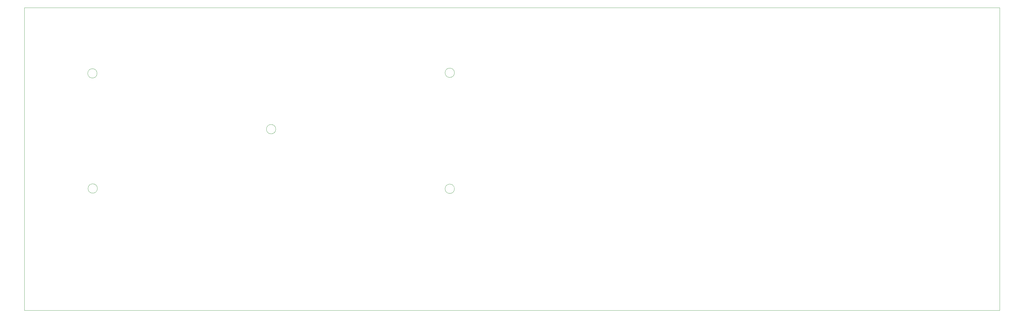
<source format=gbr>
%TF.GenerationSoftware,KiCad,Pcbnew,9.0.2*%
%TF.CreationDate,2025-06-02T23:42:43-04:00*%
%TF.ProjectId,OrangeDeck Keyboard,4f72616e-6765-4446-9563-6b204b657962,rev?*%
%TF.SameCoordinates,Original*%
%TF.FileFunction,Profile,NP*%
%FSLAX46Y46*%
G04 Gerber Fmt 4.6, Leading zero omitted, Abs format (unit mm)*
G04 Created by KiCad (PCBNEW 9.0.2) date 2025-06-02 23:42:43*
%MOMM*%
%LPD*%
G01*
G04 APERTURE LIST*
%TA.AperFunction,Profile*%
%ADD10C,0.050000*%
%TD*%
G04 APERTURE END LIST*
D10*
X-102468750Y-2343750D02*
X209625000Y-2343750D01*
X209625000Y-99468750D01*
X-102468750Y-99468750D01*
X-102468750Y-2343750D01*
X35156250Y-23250000D02*
G75*
G02*
X32156250Y-23250000I-1500000J0D01*
G01*
X32156250Y-23250000D02*
G75*
G02*
X35156250Y-23250000I1500000J0D01*
G01*
X-79218750Y-23437500D02*
G75*
G02*
X-82218750Y-23437500I-1500000J0D01*
G01*
X-82218750Y-23437500D02*
G75*
G02*
X-79218750Y-23437500I1500000J0D01*
G01*
X-79125000Y-60375000D02*
G75*
G02*
X-82125000Y-60375000I-1500000J0D01*
G01*
X-82125000Y-60375000D02*
G75*
G02*
X-79125000Y-60375000I1500000J0D01*
G01*
X-22031250Y-41343750D02*
G75*
G02*
X-25031250Y-41343750I-1500000J0D01*
G01*
X-25031250Y-41343750D02*
G75*
G02*
X-22031250Y-41343750I1500000J0D01*
G01*
X35156250Y-60468750D02*
G75*
G02*
X32156250Y-60468750I-1500000J0D01*
G01*
X32156250Y-60468750D02*
G75*
G02*
X35156250Y-60468750I1500000J0D01*
G01*
M02*

</source>
